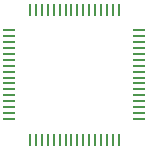
<source format=gbr>
%FSLAX34Y34*%
%MOMM*%
%LNSMDMASK_TOP*%
G71*
G01*
%ADD10R, 0.20X1.00*%
%ADD11R, 1.00X0.20*%
%LPD*%
X224998Y685715D02*
G54D10*
D03*
X224998Y795715D02*
G54D10*
D03*
X229998Y685715D02*
G54D10*
D03*
X229998Y795715D02*
G54D10*
D03*
X234998Y685715D02*
G54D10*
D03*
X234998Y795715D02*
G54D10*
D03*
X239998Y685715D02*
G54D10*
D03*
X239998Y795715D02*
G54D10*
D03*
X244998Y685715D02*
G54D10*
D03*
X244998Y795715D02*
G54D10*
D03*
X249998Y685715D02*
G54D10*
D03*
X249998Y795715D02*
G54D10*
D03*
X254998Y685715D02*
G54D10*
D03*
X254998Y795715D02*
G54D10*
D03*
X259998Y685715D02*
G54D10*
D03*
X259998Y795715D02*
G54D10*
D03*
X264998Y685715D02*
G54D10*
D03*
X264998Y795715D02*
G54D10*
D03*
X269998Y685715D02*
G54D10*
D03*
X269998Y795715D02*
G54D10*
D03*
X274998Y685715D02*
G54D10*
D03*
X274998Y795715D02*
G54D10*
D03*
X279998Y685715D02*
G54D10*
D03*
X279998Y795715D02*
G54D10*
D03*
X284998Y685715D02*
G54D10*
D03*
X284998Y795715D02*
G54D10*
D03*
X289998Y685715D02*
G54D10*
D03*
X289998Y795715D02*
G54D10*
D03*
X294998Y685715D02*
G54D10*
D03*
X294998Y795715D02*
G54D10*
D03*
X299998Y685715D02*
G54D10*
D03*
X299998Y795715D02*
G54D10*
D03*
X207498Y703215D02*
G54D11*
D03*
X317498Y703215D02*
G54D11*
D03*
X207498Y708215D02*
G54D11*
D03*
X317498Y708215D02*
G54D11*
D03*
X207498Y713215D02*
G54D11*
D03*
X317498Y713215D02*
G54D11*
D03*
X207498Y718215D02*
G54D11*
D03*
X317498Y718215D02*
G54D11*
D03*
X207498Y723215D02*
G54D11*
D03*
X317498Y723215D02*
G54D11*
D03*
X207498Y728215D02*
G54D11*
D03*
X317498Y728215D02*
G54D11*
D03*
X207498Y733215D02*
G54D11*
D03*
X317498Y733215D02*
G54D11*
D03*
X207498Y738215D02*
G54D11*
D03*
X317498Y738215D02*
G54D11*
D03*
X207498Y743215D02*
G54D11*
D03*
X317498Y743215D02*
G54D11*
D03*
X207498Y748215D02*
G54D11*
D03*
X317498Y748215D02*
G54D11*
D03*
X207498Y753215D02*
G54D11*
D03*
X317498Y753215D02*
G54D11*
D03*
X207498Y758215D02*
G54D11*
D03*
X317498Y758215D02*
G54D11*
D03*
X207498Y763215D02*
G54D11*
D03*
X317498Y763215D02*
G54D11*
D03*
X207498Y768215D02*
G54D11*
D03*
X317498Y768215D02*
G54D11*
D03*
X207498Y773215D02*
G54D11*
D03*
X317498Y773215D02*
G54D11*
D03*
X207498Y778215D02*
G54D11*
D03*
X317498Y778215D02*
G54D11*
D03*
M02*

</source>
